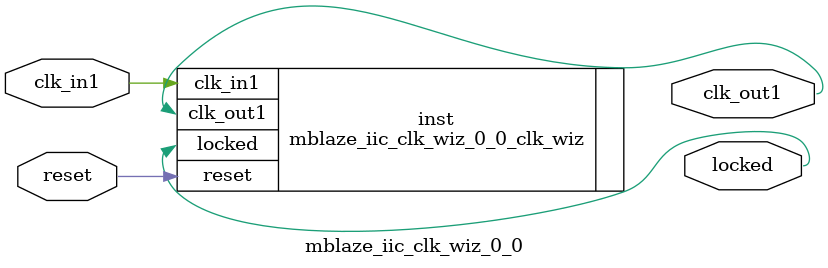
<source format=v>


`timescale 1ps/1ps

(* CORE_GENERATION_INFO = "mblaze_iic_clk_wiz_0_0,clk_wiz_v6_0_4_0_0,{component_name=mblaze_iic_clk_wiz_0_0,use_phase_alignment=true,use_min_o_jitter=false,use_max_i_jitter=false,use_dyn_phase_shift=false,use_inclk_switchover=false,use_dyn_reconfig=false,enable_axi=0,feedback_source=FDBK_AUTO,PRIMITIVE=MMCM,num_out_clk=1,clkin1_period=10.000,clkin2_period=10.000,use_power_down=false,use_reset=true,use_locked=true,use_inclk_stopped=false,feedback_type=SINGLE,CLOCK_MGR_TYPE=NA,manual_override=false}" *)

module mblaze_iic_clk_wiz_0_0 
 (
  // Clock out ports
  output        clk_out1,
  // Status and control signals
  input         reset,
  output        locked,
 // Clock in ports
  input         clk_in1
 );

  mblaze_iic_clk_wiz_0_0_clk_wiz inst
  (
  // Clock out ports  
  .clk_out1(clk_out1),
  // Status and control signals               
  .reset(reset), 
  .locked(locked),
 // Clock in ports
  .clk_in1(clk_in1)
  );

endmodule

</source>
